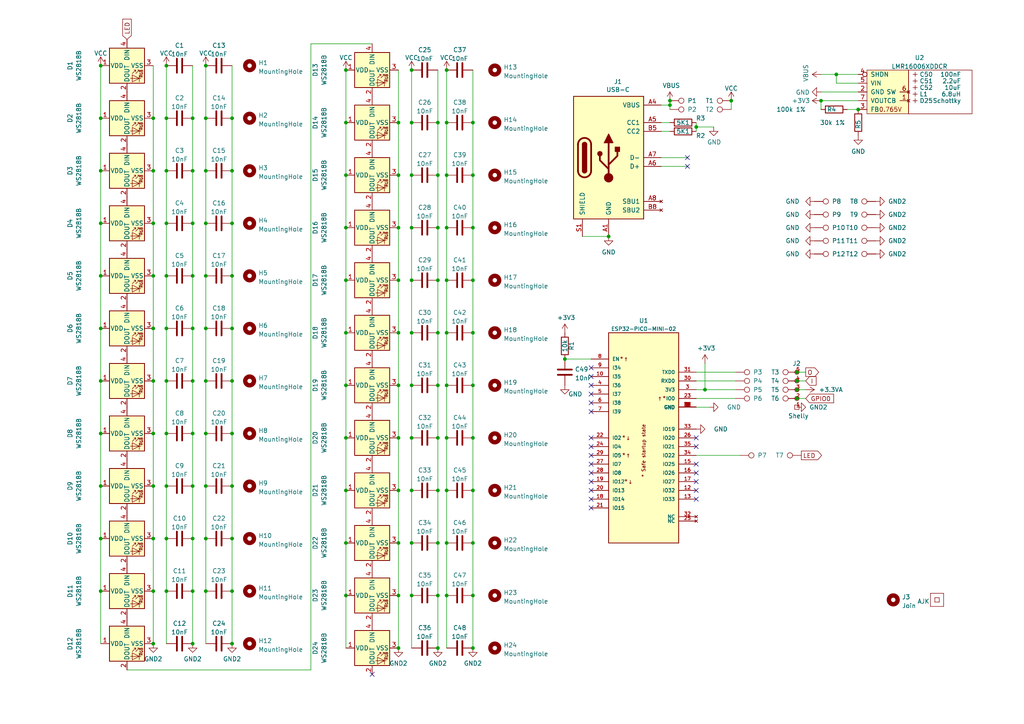
<source format=kicad_sch>
(kicad_sch (version 20211123) (generator eeschema)
  (paper "A4")
  (title_block (title "LED ring coaster") (date "${DATE}") (rev "1") (comment 1 "@revk@toot.me.uk") (comment 2 "www.me.uk"))
  (junction (at 231.14 107.95))
  (junction (at 55.88 125.73))
  (junction (at 129.54 96.52))
  (junction (at 127 66.04))
  (junction (at 29.21 140.97))
  (junction (at 100.33 111.76))
  (junction (at 100.33 35.56))
  (junction (at 44.45 95.25))
  (junction (at 115.57 81.28))
  (junction (at 59.69 49.53))
  (junction (at 59.69 80.01))
  (junction (at 115.57 142.24))
  (junction (at 129.54 35.56))
  (junction (at 194.31 30.48))
  (junction (at 137.16 142.24))
  (junction (at 48.26 95.25))
  (junction (at 44.45 110.49))
  (junction (at 119.38 66.04))
  (junction (at 137.16 35.56))
  (junction (at 129.54 111.76))
  (junction (at 59.69 171.45))
  (junction (at 29.21 171.45))
  (junction (at 100.33 20.32))
  (junction (at 129.54 127))
  (junction (at 115.57 35.56))
  (junction (at 115.57 50.8))
  (junction (at 100.33 50.8))
  (junction (at 67.31 140.97))
  (junction (at 127 81.28))
  (junction (at 48.26 156.21))
  (junction (at 238.125 29.21))
  (junction (at 44.45 125.73))
  (junction (at 100.33 172.72))
  (junction (at 67.31 125.73))
  (junction (at 100.33 96.52))
  (junction (at 248.92 31.75))
  (junction (at 48.26 171.45))
  (junction (at 48.26 19.05))
  (junction (at 129.54 142.24))
  (junction (at 119.38 172.72))
  (junction (at 67.31 171.45))
  (junction (at 100.33 142.24))
  (junction (at 44.45 171.45))
  (junction (at 127 127))
  (junction (at 67.31 156.21))
  (junction (at 29.21 49.53))
  (junction (at 119.38 157.48))
  (junction (at 44.45 49.53))
  (junction (at 55.88 171.45))
  (junction (at 231.14 113.03))
  (junction (at 44.45 34.29))
  (junction (at 115.57 157.48))
  (junction (at 55.88 49.53))
  (junction (at 29.21 64.77))
  (junction (at 137.16 81.28))
  (junction (at 137.16 127))
  (junction (at 67.31 186.69))
  (junction (at 59.69 64.77))
  (junction (at 100.33 157.48))
  (junction (at 67.31 64.77))
  (junction (at 59.69 125.73))
  (junction (at 100.33 66.04))
  (junction (at 127 187.96))
  (junction (at 119.38 35.56))
  (junction (at 29.21 95.25))
  (junction (at 115.57 172.72))
  (junction (at 119.38 142.24))
  (junction (at 137.16 96.52))
  (junction (at 48.26 49.53))
  (junction (at 137.16 66.04))
  (junction (at 115.57 66.04))
  (junction (at 129.54 66.04))
  (junction (at 100.33 127))
  (junction (at 127 96.52))
  (junction (at 67.31 34.29))
  (junction (at 119.38 20.32))
  (junction (at 67.31 49.53))
  (junction (at 204.47 113.03))
  (junction (at 119.38 127))
  (junction (at 115.57 187.96))
  (junction (at 29.21 125.73))
  (junction (at 119.38 96.52))
  (junction (at 44.45 156.21))
  (junction (at 48.26 125.73))
  (junction (at 127 172.72))
  (junction (at 119.38 50.8))
  (junction (at 127 50.8))
  (junction (at 29.21 19.05))
  (junction (at 100.33 81.28))
  (junction (at 115.57 127))
  (junction (at 59.69 156.21))
  (junction (at 55.88 95.25))
  (junction (at 29.21 110.49))
  (junction (at 29.21 34.29))
  (junction (at 231.14 110.49))
  (junction (at 242.57 21.59))
  (junction (at 67.31 110.49))
  (junction (at 176.53 68.58))
  (junction (at 55.88 80.01))
  (junction (at 129.54 20.32))
  (junction (at 44.45 140.97))
  (junction (at 59.69 110.49))
  (junction (at 137.16 172.72))
  (junction (at 115.57 111.76))
  (junction (at 59.69 19.05))
  (junction (at 55.88 186.69))
  (junction (at 194.31 29.21))
  (junction (at 55.88 34.29))
  (junction (at 44.45 64.77))
  (junction (at 67.31 80.01))
  (junction (at 231.14 115.57))
  (junction (at 129.54 81.28))
  (junction (at 48.26 110.49))
  (junction (at 48.26 34.29))
  (junction (at 127 111.76))
  (junction (at 59.69 34.29))
  (junction (at 137.16 50.8))
  (junction (at 129.54 50.8))
  (junction (at 119.38 81.28))
  (junction (at 137.16 187.96))
  (junction (at 48.26 64.77))
  (junction (at 55.88 64.77))
  (junction (at 55.88 140.97))
  (junction (at 127 157.48))
  (junction (at 67.31 95.25))
  (junction (at 29.21 80.01))
  (junction (at 119.38 111.76))
  (junction (at 59.69 140.97))
  (junction (at 137.16 111.76))
  (junction (at 115.57 96.52))
  (junction (at 201.93 36.83))
  (junction (at 29.21 156.21))
  (junction (at 48.26 80.01))
  (junction (at 163.83 104.14))
  (junction (at 137.16 157.48))
  (junction (at 212.09 29.21))
  (junction (at 127 142.24))
  (junction (at 127 35.56))
  (junction (at 129.54 157.48))
  (junction (at 44.45 80.01))
  (junction (at 44.45 186.69))
  (junction (at 59.69 95.25))
  (junction (at 129.54 172.72))
  (junction (at 55.88 156.21))
  (junction (at 55.88 110.49))
  (junction (at 48.26 140.97))
  (no_connect (at 171.45 129.54))
  (no_connect (at 201.93 127))
  (no_connect (at 199.39 48.26))
  (no_connect (at 171.45 134.62))
  (no_connect (at 107.95 195.58))
  (no_connect (at 201.93 129.54))
  (no_connect (at 199.39 45.72))
  (no_connect (at 201.93 134.62))
  (no_connect (at 171.45 137.16))
  (no_connect (at 171.45 144.78))
  (no_connect (at 171.45 139.7))
  (no_connect (at 171.45 132.08))
  (no_connect (at 171.45 111.76))
  (no_connect (at 171.45 109.22))
  (no_connect (at 171.45 106.68))
  (no_connect (at 201.93 137.16))
  (no_connect (at 201.93 139.7))
  (no_connect (at 171.45 119.38))
  (no_connect (at 171.45 127))
  (no_connect (at 201.93 144.78))
  (no_connect (at 171.45 147.32))
  (no_connect (at 171.45 114.3))
  (no_connect (at 171.45 116.84))
  (no_connect (at 171.45 142.24))
  (no_connect (at 201.93 142.24))
  (wire (pts (xy 115.57 127) (xy 115.57 142.24)))
  (wire (pts (xy 44.45 171.45) (xy 44.45 186.69)))
  (wire (pts (xy 100.33 111.76) (xy 100.33 127)))
  (wire (pts (xy 29.21 64.77) (xy 29.21 80.01)))
  (wire (pts (xy 44.45 156.21) (xy 44.45 171.45)))
  (wire (pts (xy 127 111.76) (xy 127 127)))
  (wire (pts (xy 194.31 30.48) (xy 194.31 31.75)))
  (wire (pts (xy 59.69 125.73) (xy 59.69 140.97)))
  (wire (pts (xy 201.93 36.83) (xy 201.93 38.1)))
  (wire (pts (xy 245.745 31.75) (xy 248.92 31.75)))
  (wire (pts (xy 137.16 142.24) (xy 137.16 157.48)))
  (wire (pts (xy 67.31 110.49) (xy 67.31 125.73)))
  (wire (pts (xy 238.125 29.21) (xy 248.92 29.21)))
  (wire (pts (xy 238.125 29.21) (xy 238.125 31.75)))
  (wire (pts (xy 115.57 81.28) (xy 115.57 96.52)))
  (wire (pts (xy 204.47 105.41) (xy 204.47 113.03)))
  (wire (pts (xy 100.33 35.56) (xy 100.33 50.8)))
  (wire (pts (xy 242.57 24.13) (xy 248.92 24.13)))
  (wire (pts (xy 29.21 49.53) (xy 29.21 64.77)))
  (wire (pts (xy 100.33 96.52) (xy 100.33 111.76)))
  (wire (pts (xy 100.33 66.04) (xy 100.33 81.28)))
  (wire (pts (xy 115.57 111.76) (xy 115.57 127)))
  (wire (pts (xy 129.54 50.8) (xy 129.54 66.04)))
  (wire (pts (xy 29.21 156.21) (xy 29.21 171.45)))
  (wire (pts (xy 127 50.8) (xy 127 66.04)))
  (wire (pts (xy 48.26 64.77) (xy 48.26 80.01)))
  (wire (pts (xy 119.38 96.52) (xy 119.38 111.76)))
  (wire (pts (xy 44.45 64.77) (xy 44.45 80.01)))
  (wire (pts (xy 201.93 113.03) (xy 204.47 113.03)))
  (wire (pts (xy 115.57 96.52) (xy 115.57 111.76)))
  (wire (pts (xy 59.69 110.49) (xy 59.69 125.73)))
  (wire (pts (xy 100.33 157.48) (xy 100.33 172.72)))
  (wire (pts (xy 44.45 49.53) (xy 44.45 64.77)))
  (wire (pts (xy 115.57 172.72) (xy 115.57 187.96)))
  (wire (pts (xy 119.38 66.04) (xy 119.38 81.28)))
  (wire (pts (xy 129.54 66.04) (xy 129.54 81.28)))
  (wire (pts (xy 129.54 81.28) (xy 129.54 96.52)))
  (wire (pts (xy 137.16 81.28) (xy 137.16 96.52)))
  (wire (pts (xy 129.54 96.52) (xy 129.54 111.76)))
  (wire (pts (xy 115.57 66.04) (xy 115.57 81.28)))
  (wire (pts (xy 67.31 19.05) (xy 67.31 34.29)))
  (wire (pts (xy 44.45 19.05) (xy 44.45 34.29)))
  (wire (pts (xy 67.31 156.21) (xy 67.31 171.45)))
  (wire (pts (xy 55.88 171.45) (xy 55.88 186.69)))
  (wire (pts (xy 115.57 50.8) (xy 115.57 66.04)))
  (wire (pts (xy 127 96.52) (xy 127 111.76)))
  (wire (pts (xy 55.88 156.21) (xy 55.88 171.45)))
  (wire (pts (xy 67.31 95.25) (xy 67.31 110.49)))
  (wire (pts (xy 127 142.24) (xy 127 157.48)))
  (wire (pts (xy 67.31 171.45) (xy 67.31 186.69)))
  (wire (pts (xy 29.21 34.29) (xy 29.21 49.53)))
  (wire (pts (xy 55.88 19.05) (xy 55.88 34.29)))
  (wire (pts (xy 201.93 132.08) (xy 214.63 132.08)))
  (wire (pts (xy 201.93 107.95) (xy 213.36 107.95)))
  (wire (pts (xy 29.21 110.49) (xy 29.21 125.73)))
  (wire (pts (xy 127 35.56) (xy 127 50.8)))
  (wire (pts (xy 191.77 30.48) (xy 194.31 30.48)))
  (wire (pts (xy 127 127) (xy 127 142.24)))
  (wire (pts (xy 127 66.04) (xy 127 81.28)))
  (wire (pts (xy 212.09 29.21) (xy 212.09 31.75)))
  (wire (pts (xy 48.26 80.01) (xy 48.26 95.25)))
  (wire (pts (xy 129.54 20.32) (xy 129.54 35.56)))
  (wire (pts (xy 137.16 111.76) (xy 137.16 127)))
  (wire (pts (xy 242.57 21.59) (xy 242.57 24.13)))
  (wire (pts (xy 137.16 20.32) (xy 137.16 35.56)))
  (wire (pts (xy 100.33 142.24) (xy 100.33 157.48)))
  (wire (pts (xy 119.38 127) (xy 119.38 142.24)))
  (wire (pts (xy 238.125 26.67) (xy 248.92 26.67)))
  (wire (pts (xy 137.16 172.72) (xy 137.16 187.96)))
  (wire (pts (xy 129.54 127) (xy 129.54 142.24)))
  (wire (pts (xy 137.16 127) (xy 137.16 142.24)))
  (wire (pts (xy 231.14 110.49) (xy 233.68 110.49)))
  (wire (pts (xy 168.91 68.58) (xy 176.53 68.58)))
  (wire (pts (xy 191.77 45.72) (xy 199.39 45.72)))
  (wire (pts (xy 194.31 29.21) (xy 194.31 30.48)))
  (wire (pts (xy 119.38 81.28) (xy 119.38 96.52)))
  (wire (pts (xy 48.26 125.73) (xy 48.26 140.97)))
  (wire (pts (xy 119.38 157.48) (xy 119.38 172.72)))
  (wire (pts (xy 48.26 19.05) (xy 48.26 34.29)))
  (wire (pts (xy 100.33 20.32) (xy 100.33 35.56)))
  (wire (pts (xy 137.16 96.52) (xy 137.16 111.76)))
  (wire (pts (xy 238.125 21.59) (xy 242.57 21.59)))
  (wire (pts (xy 29.21 19.05) (xy 29.21 34.29)))
  (wire (pts (xy 59.69 49.53) (xy 59.69 64.77)))
  (wire (pts (xy 67.31 34.29) (xy 67.31 49.53)))
  (wire (pts (xy 115.57 20.32) (xy 115.57 35.56)))
  (wire (pts (xy 67.31 80.01) (xy 67.31 95.25)))
  (wire (pts (xy 129.54 35.56) (xy 129.54 50.8)))
  (wire (pts (xy 115.57 157.48) (xy 115.57 172.72)))
  (wire (pts (xy 119.38 20.32) (xy 119.38 35.56)))
  (wire (pts (xy 59.69 156.21) (xy 59.69 171.45)))
  (wire (pts (xy 137.16 50.8) (xy 137.16 66.04)))
  (wire (pts (xy 48.26 171.45) (xy 48.26 186.69)))
  (wire (pts (xy 48.26 49.53) (xy 48.26 64.77)))
  (wire (pts (xy 207.01 36.83) (xy 201.93 36.83)))
  (wire (pts (xy 59.69 171.45) (xy 59.69 186.69)))
  (wire (pts (xy 129.54 157.48) (xy 129.54 172.72)))
  (wire (pts (xy 127 157.48) (xy 127 172.72)))
  (wire (pts (xy 29.21 125.73) (xy 29.21 140.97)))
  (wire (pts (xy 100.33 127) (xy 100.33 142.24)))
  (wire (pts (xy 201.93 115.57) (xy 213.36 115.57)))
  (wire (pts (xy 129.54 111.76) (xy 129.54 127)))
  (wire (pts (xy 44.45 110.49) (xy 44.45 125.73)))
  (wire (pts (xy 48.26 95.25) (xy 48.26 110.49)))
  (wire (pts (xy 119.38 172.72) (xy 119.38 187.96)))
  (wire (pts (xy 119.38 35.56) (xy 119.38 50.8)))
  (wire (pts (xy 55.88 49.53) (xy 55.88 64.77)))
  (wire (pts (xy 67.31 49.53) (xy 67.31 64.77)))
  (wire (pts (xy 48.26 34.29) (xy 48.26 49.53)))
  (wire (pts (xy 201.93 118.11) (xy 205.74 118.11)))
  (wire (pts (xy 231.14 115.57) (xy 233.68 115.57)))
  (wire (pts (xy 29.21 171.45) (xy 29.21 186.69)))
  (wire (pts (xy 44.45 125.73) (xy 44.45 140.97)))
  (wire (pts (xy 55.88 110.49) (xy 55.88 125.73)))
  (wire (pts (xy 115.57 142.24) (xy 115.57 157.48)))
  (wire (pts (xy 201.93 35.56) (xy 201.93 36.83)))
  (wire (pts (xy 59.69 80.01) (xy 59.69 95.25)))
  (wire (pts (xy 129.54 172.72) (xy 129.54 187.96)))
  (wire (pts (xy 48.26 110.49) (xy 48.26 125.73)))
  (wire (pts (xy 127 81.28) (xy 127 96.52)))
  (wire (pts (xy 100.33 172.72) (xy 100.33 187.96)))
  (wire (pts (xy 137.16 66.04) (xy 137.16 81.28)))
  (wire (pts (xy 44.45 80.01) (xy 44.45 95.25)))
  (wire (pts (xy 119.38 142.24) (xy 119.38 157.48)))
  (wire (pts (xy 48.26 140.97) (xy 48.26 156.21)))
  (wire (pts (xy 55.88 34.29) (xy 55.88 49.53)))
  (wire (pts (xy 36.83 194.31) (xy 90.17 194.31)))
  (wire (pts (xy 44.45 95.25) (xy 44.45 110.49)))
  (wire (pts (xy 48.26 156.21) (xy 48.26 171.45)))
  (wire (pts (xy 67.31 64.77) (xy 67.31 80.01)))
  (wire (pts (xy 191.77 35.56) (xy 194.31 35.56)))
  (wire (pts (xy 242.57 21.59) (xy 248.92 21.59)))
  (wire (pts (xy 191.77 38.1) (xy 194.31 38.1)))
  (wire (pts (xy 55.88 140.97) (xy 55.88 156.21)))
  (wire (pts (xy 129.54 142.24) (xy 129.54 157.48)))
  (wire (pts (xy 59.69 64.77) (xy 59.69 80.01)))
  (wire (pts (xy 29.21 80.01) (xy 29.21 95.25)))
  (wire (pts (xy 29.21 140.97) (xy 29.21 156.21)))
  (wire (pts (xy 67.31 125.73) (xy 67.31 140.97)))
  (wire (pts (xy 191.77 48.26) (xy 199.39 48.26)))
  (wire (pts (xy 55.88 125.73) (xy 55.88 140.97)))
  (wire (pts (xy 90.17 194.31) (xy 90.17 12.7)))
  (wire (pts (xy 44.45 140.97) (xy 44.45 156.21)))
  (wire (pts (xy 137.16 35.56) (xy 137.16 50.8)))
  (wire (pts (xy 231.14 107.95) (xy 233.68 107.95)))
  (wire (pts (xy 59.69 19.05) (xy 59.69 34.29)))
  (wire (pts (xy 29.21 95.25) (xy 29.21 110.49)))
  (wire (pts (xy 67.31 140.97) (xy 67.31 156.21)))
  (wire (pts (xy 100.33 81.28) (xy 100.33 96.52)))
  (wire (pts (xy 100.33 50.8) (xy 100.33 66.04)))
  (wire (pts (xy 90.17 12.7) (xy 107.95 12.7)))
  (wire (pts (xy 119.38 50.8) (xy 119.38 66.04)))
  (wire (pts (xy 59.69 95.25) (xy 59.69 110.49)))
  (wire (pts (xy 127 20.32) (xy 127 35.56)))
  (wire (pts (xy 55.88 80.01) (xy 55.88 95.25)))
  (wire (pts (xy 59.69 140.97) (xy 59.69 156.21)))
  (wire (pts (xy 55.88 95.25) (xy 55.88 110.49)))
  (wire (pts (xy 204.47 113.03) (xy 213.36 113.03)))
  (wire (pts (xy 119.38 111.76) (xy 119.38 127)))
  (wire (pts (xy 59.69 34.29) (xy 59.69 49.53)))
  (wire (pts (xy 55.88 64.77) (xy 55.88 80.01)))
  (wire (pts (xy 231.14 113.03) (xy 233.68 113.03)))
  (wire (pts (xy 163.83 104.14) (xy 171.45 104.14)))
  (wire (pts (xy 115.57 35.56) (xy 115.57 50.8)))
  (wire (pts (xy 44.45 34.29) (xy 44.45 49.53)))
  (wire (pts (xy 137.16 157.48) (xy 137.16 172.72)))
  (wire (pts (xy 127 172.72) (xy 127 187.96)))
  (wire (pts (xy 201.93 110.49) (xy 213.36 110.49)))
  (global_label "LED" (shape input) (at 36.83 11.43 90) (property "Intersheet References" "${INTERSHEET_REFS}" (effects hide)))
  (global_label "O" (shape output) (at 233.68 107.95 0) (property "Intersheet References" "${INTERSHEET_REFS}" (effects hide)))
  (global_label "I" (shape input) (at 233.68 110.49 0) (property "Intersheet References" "${INTERSHEET_REFS}" (effects hide)))
  (global_label "LED" (shape output) (at 232.41 132.08 0) (property "Intersheet References" "${INTERSHEET_REFS}" (effects hide)))
  (global_label "GPIO0" (shape input) (at 233.68 115.57 0) (property "Intersheet References" "${INTERSHEET_REFS}" (effects hide)))
  (symbol (lib_id "Device:R") (at 198.12 38.1 90) (unit 1)
    (property "Reference" "R3" (at 203.2 34.29 90))
    (property "Value" "5K1" (at 198.12 38.1 90))
    (property "Footprint" "RevK:R_0603" (effects hide))
  )
  (symbol (lib_id "power:VBUS") (at 194.31 29.21 0) (unit 1)
    (property "Reference" "#PWR016" (effects hide))
    (property "Value" "VBUS" (at 194.691 24.8158 0))
  )
  (symbol (lib_id "power:GND") (at 207.01 36.83 0) (unit 1)
    (property "Reference" "#PWR020" (effects hide))
    (property "Value" "GND" (at 207.137 41.2242 0))
  )
  (symbol (lib_id "Device:R") (at 198.12 35.56 270) (unit 1)
    (property "Reference" "R2" (at 203.2 39.37 90))
    (property "Value" "5K1" (at 198.12 35.56 90))
    (property "Footprint" "RevK:R_0603" (effects hide))
  )
  (symbol (lib_id "power:GND") (at 205.74 118.11 90) (unit 1)
    (property "Reference" "#PWR019" (effects hide))
    (property "Value" "GND" (at 210.82 118.11 90) (effects (justify right)))
  )
  (symbol (lib_id "RevK:USB-C") (at 176.53 45.72 0) (unit 1)
    (property "Reference" "J1" (at 179.2478 23.6982 0))
    (property "Value" "USB-C" (at 179.2478 26.0096 0))
    (property "Footprint" "RevK:USC16-TR" (effects hide))
    (property "Datasheet" "https://www.usb.org/sites/default/files/documents/usb_type-c.zip" (effects hide))
    (property "LCSC Part #" "C709357" (effects hide))
  )
  (symbol (lib_id "LED:WS2812B") (at 36.83 19.05 90) (mirror x) (unit 1)
    (property "Reference" "D1" (at 20.32 19.05 0))
    (property "Value" "WS2818B" (at 22.86 19.05 0))
    (property "Footprint" "RevK:SMD2020" (effects hide))
    (property "LCSC Part #" "C784564" (effects hide))
  )
  (symbol (lib_id "LED:WS2812B") (at 36.83 125.73 90) (mirror x) (unit 1)
    (property "Reference" "D8" (at 20.32 125.73 0))
    (property "Value" "WS2818B" (at 22.86 125.73 0))
    (property "Footprint" "RevK:SMD2020" (effects hide))
    (property "LCSC Part #" "C784564" (effects hide))
  )
  (symbol (lib_id "Mechanical:MountingHole") (at 143.51 96.52 0) (unit 1) (in_bom no)
    (property "Reference" "H18" (at 146.05 95.6853 0) (effects (justify left)))
    (property "Value" "MountingHole" (at 146.05 98.2222 0) (effects (justify left)))
    (property "Footprint" "RevK:LEDHOLE" (effects hide))
  )
  (symbol (lib_id "power:GND2") (at 254 73.66 90) (mirror x) (unit 1)
    (property "Reference" "#PWR037" (effects hide))
    (property "Value" "GND2" (at 262.89 73.66 90) (effects (justify left)))
  )
  (symbol (lib_id "Device:C") (at 52.07 95.25 90) (unit 1)
    (property "Reference" "C6" (at 52.07 89.3912 90))
    (property "Value" "10nF" (at 52.07 91.9281 90))
    (property "Footprint" "RevK:C_0603" (effects hide))
  )
  (symbol (lib_id "RevK:AJK") (at 265.43 173.99 0) (unit 1) (in_bom no)
    (property "Reference" "Logo1" (effects hide))
    (property "Value" "AJK" (at 266.065 174.4238 0) (effects (justify left)))
    (property "Footprint" "RevK:AJK" (effects hide))
    (property "Note" "Non part, PCB printed" (effects hide))
  )
  (symbol (lib_id "Connector:TestPoint") (at 232.41 132.08 90) (mirror x) (unit 1) (in_bom no)
    (property "Reference" "T7" (at 227.33 132.08 90) (effects (justify left)))
    (property "Value" "TestPoint" (effects hide))
    (property "Footprint" "RevK:PAD-LINK" (effects hide))
  )
  (symbol (lib_id "Connector:TestPoint") (at 254 66.04 90) (mirror x) (unit 1) (in_bom no)
    (property "Reference" "T10" (at 248.92 66.04 90) (effects (justify left)))
    (property "Value" "TestPoint" (effects hide))
    (property "Footprint" "RevK:PAD-LINK" (effects hide))
  )
  (symbol (lib_id "Device:C") (at 52.07 34.29 90) (unit 1)
    (property "Reference" "C2" (at 52.07 28.4312 90))
    (property "Value" "10nF" (at 52.07 30.9681 90))
    (property "Footprint" "RevK:C_0603" (effects hide))
  )
  (symbol (lib_id "Connector:TestPoint") (at 213.36 113.03 270) (mirror x) (unit 1) (in_bom no)
    (property "Reference" "P5" (at 218.44 113.03 90) (effects (justify left)))
    (property "Value" "TestPoint" (effects hide))
    (property "Footprint" "RevK:PAD" (effects hide))
  )
  (symbol (lib_id "Mechanical:MountingHole") (at 143.51 172.72 0) (unit 1) (in_bom no)
    (property "Reference" "H23" (at 146.05 171.8853 0) (effects (justify left)))
    (property "Value" "MountingHole" (at 146.05 174.4222 0) (effects (justify left)))
    (property "Footprint" "RevK:LEDHOLE" (effects hide))
  )
  (symbol (lib_id "RevK:Hidden") (at 265.43 27.305 0) (unit 1)
    (property "Reference" "L1" (at 266.7 27.305 0) (effects (justify left)))
    (property "Value" "6.8uH" (at 278.765 27.305 0) (effects (justify right)))
    (property "Footprint" "RevK:L_4x4_" (effects hide))
    (property "LCSC Part #" "C354575" (effects hide))
  )
  (symbol (lib_id "Connector:TestPoint") (at 254 58.42 90) (mirror x) (unit 1) (in_bom no)
    (property "Reference" "T8" (at 248.92 58.42 90) (effects (justify left)))
    (property "Value" "TestPoint" (effects hide))
    (property "Footprint" "RevK:PAD-LINK" (effects hide))
  )
  (symbol (lib_id "Device:C") (at 123.19 66.04 90) (unit 1)
    (property "Reference" "C28" (at 123.19 60.1812 90))
    (property "Value" "10nF" (at 123.19 62.7181 90))
    (property "Footprint" "RevK:C_0603" (effects hide))
  )
  (symbol (lib_id "power:GND") (at 236.22 62.23 270) (mirror x) (unit 1)
    (property "Reference" "#PWR025" (effects hide))
    (property "Value" "GND" (at 229.87 62.23 90))
  )
  (symbol (lib_id "power:GND2") (at 115.57 187.96 0) (unit 1)
    (property "Reference" "#PWR08" (effects hide))
    (property "Value" "GND2" (at 115.57 192.4034 0))
  )
  (symbol (lib_id "LED:WS2812B") (at 36.83 49.53 90) (mirror x) (unit 1)
    (property "Reference" "D3" (at 20.32 49.53 0))
    (property "Value" "WS2818B" (at 22.86 49.53 0))
    (property "Footprint" "RevK:SMD2020" (effects hide))
    (property "LCSC Part #" "C784564" (effects hide))
  )
  (symbol (lib_id "Mechanical:MountingHole") (at 72.39 110.49 0) (unit 1) (in_bom no)
    (property "Reference" "H7" (at 74.93 109.6553 0) (effects (justify left)))
    (property "Value" "MountingHole" (at 74.93 112.1922 0) (effects (justify left)))
    (property "Footprint" "RevK:LEDHOLE" (effects hide))
  )
  (symbol (lib_id "power:VCC") (at 29.21 19.05 0) (unit 1)
    (property "Reference" "#PWR01" (effects hide))
    (property "Value" "VCC" (at 29.21 15.4742 0))
  )
  (symbol (lib_id "power:GND") (at 236.22 73.66 270) (mirror x) (unit 1)
    (property "Reference" "#PWR028" (effects hide))
    (property "Value" "GND" (at 229.87 73.66 90))
  )
  (symbol (lib_id "LED:WS2812B") (at 107.95 50.8 90) (mirror x) (unit 1)
    (property "Reference" "D15" (at 91.44 50.8 0))
    (property "Value" "WS2818B" (at 93.98 50.8 0))
    (property "Footprint" "RevK:SMD2020" (effects hide))
    (property "LCSC Part #" "C784564" (effects hide))
  )
  (symbol (lib_id "Device:C") (at 52.07 156.21 90) (unit 1)
    (property "Reference" "C10" (at 52.07 150.3512 90))
    (property "Value" "10nF" (at 52.07 152.8881 90))
    (property "Footprint" "RevK:C_0603" (effects hide))
  )
  (symbol (lib_id "Device:C") (at 63.5 186.69 90) (unit 1)
    (property "Reference" "C24" (at 63.5 180.8312 90))
    (property "Value" "10nF" (at 63.5 183.3681 90))
    (property "Footprint" "RevK:C_0603" (effects hide))
  )
  (symbol (lib_id "power:VCC") (at 100.33 20.32 0) (unit 1)
    (property "Reference" "#PWR07" (effects hide))
    (property "Value" "VCC" (at 100.33 16.7442 0))
  )
  (symbol (lib_id "Connector:TestPoint") (at 236.22 58.42 270) (mirror x) (unit 1) (in_bom no)
    (property "Reference" "P8" (at 241.3 58.42 90) (effects (justify left)))
    (property "Value" "TestPoint" (effects hide))
    (property "Footprint" "RevK:PAD" (effects hide))
  )
  (symbol (lib_id "Device:C") (at 52.07 140.97 90) (unit 1)
    (property "Reference" "C9" (at 52.07 135.1112 90))
    (property "Value" "10nF" (at 52.07 137.6481 90))
    (property "Footprint" "RevK:C_0603" (effects hide))
  )
  (symbol (lib_id "LED:WS2812B") (at 36.83 80.01 90) (mirror x) (unit 1)
    (property "Reference" "D5" (at 20.32 80.01 0))
    (property "Value" "WS2818B" (at 22.86 80.01 0))
    (property "Footprint" "RevK:SMD2020" (effects hide))
    (property "LCSC Part #" "C784564" (effects hide))
  )
  (symbol (lib_id "Device:C") (at 63.5 95.25 90) (unit 1)
    (property "Reference" "C18" (at 63.5 89.3912 90))
    (property "Value" "10nF" (at 63.5 91.9281 90))
    (property "Footprint" "RevK:C_0603" (effects hide))
  )
  (symbol (lib_id "power:GND2") (at 67.31 186.69 0) (unit 1)
    (property "Reference" "#PWR06" (effects hide))
    (property "Value" "GND2" (at 67.31 191.1334 0))
  )
  (symbol (lib_id "Mechanical:MountingHole") (at 143.51 157.48 0) (unit 1) (in_bom no)
    (property "Reference" "H22" (at 146.05 156.6453 0) (effects (justify left)))
    (property "Value" "MountingHole" (at 146.05 159.1822 0) (effects (justify left)))
    (property "Footprint" "RevK:LEDHOLE" (effects hide))
  )
  (symbol (lib_id "Connector:TestPoint") (at 254 62.23 90) (mirror x) (unit 1) (in_bom no)
    (property "Reference" "T9" (at 248.92 62.23 90) (effects (justify left)))
    (property "Value" "TestPoint" (effects hide))
    (property "Footprint" "RevK:PAD-LINK" (effects hide))
  )
  (symbol (lib_id "Connector:TestPoint") (at 236.22 66.04 270) (mirror x) (unit 1) (in_bom no)
    (property "Reference" "P10" (at 241.3 66.04 90) (effects (justify left)))
    (property "Value" "TestPoint" (effects hide))
    (property "Footprint" "RevK:PAD" (effects hide))
  )
  (symbol (lib_id "Device:C") (at 52.07 125.73 90) (unit 1)
    (property "Reference" "C8" (at 52.07 119.8712 90))
    (property "Value" "10nF" (at 52.07 122.4081 90))
    (property "Footprint" "RevK:C_0603" (effects hide))
  )
  (symbol (lib_id "LED:WS2812B") (at 107.95 187.96 90) (mirror x) (unit 1)
    (property "Reference" "D24" (at 91.44 187.96 0))
    (property "Value" "WS2818B" (at 93.98 187.96 0))
    (property "Footprint" "RevK:SMD2020" (effects hide))
    (property "LCSC Part #" "C784564" (effects hide))
  )
  (symbol (lib_id "Device:C") (at 133.35 187.96 90) (unit 1)
    (property "Reference" "C48" (at 133.35 182.1012 90))
    (property "Value" "10nF" (at 133.35 184.6381 90))
    (property "Footprint" "RevK:C_0603" (effects hide))
  )
  (symbol (lib_id "Connector:TestPoint") (at 231.14 110.49 90) (mirror x) (unit 1) (in_bom no)
    (property "Reference" "T4" (at 226.06 110.49 90) (effects (justify left)))
    (property "Value" "TestPoint" (effects hide))
    (property "Footprint" "RevK:PAD-LINK" (effects hide))
  )
  (symbol (lib_id "Device:C") (at 52.07 186.69 90) (unit 1)
    (property "Reference" "C12" (at 52.07 180.8312 90))
    (property "Value" "10nF" (at 52.07 183.3681 90))
    (property "Footprint" "RevK:C_0603" (effects hide))
  )
  (symbol (lib_id "power:GND") (at 236.22 69.85 270) (mirror x) (unit 1)
    (property "Reference" "#PWR027" (effects hide))
    (property "Value" "GND" (at 229.87 69.85 90))
  )
  (symbol (lib_id "power:GND2") (at 231.14 118.11 90) (mirror x) (unit 1)
    (property "Reference" "#PWR022" (effects hide))
    (property "Value" "GND2" (at 240.03 118.11 90) (effects (justify left)))
  )
  (symbol (lib_id "Device:C") (at 133.35 81.28 90) (unit 1)
    (property "Reference" "C41" (at 133.35 75.4212 90))
    (property "Value" "10nF" (at 133.35 77.9581 90))
    (property "Footprint" "RevK:C_0603" (effects hide))
  )
  (symbol (lib_id "LED:WS2812B") (at 36.83 171.45 90) (mirror x) (unit 1)
    (property "Reference" "D11" (at 20.32 171.45 0))
    (property "Value" "WS2818B" (at 22.86 171.45 0))
    (property "Footprint" "RevK:SMD2020" (effects hide))
    (property "LCSC Part #" "C784564" (effects hide))
  )
  (symbol (lib_id "Device:R") (at 163.83 100.33 0) (unit 1)
    (property "Reference" "R1" (at 165.735 100.33 90))
    (property "Value" "10k" (at 163.83 100.33 90))
    (property "Footprint" "RevK:R_0603" (effects hide))
  )
  (symbol (lib_id "RevK:QR") (at 271.78 173.99 0) (unit 1) (in_bom no)
    (property "Reference" "U3" (effects hide))
    (property "Value" "QR" (effects hide))
    (property "Footprint" "RevK:QR-LED" (effects hide))
    (property "Note" "Non part, PCB printed" (effects hide))
  )
  (symbol (lib_id "Device:C") (at 123.19 50.8 90) (unit 1)
    (property "Reference" "C27" (at 123.19 44.9412 90))
    (property "Value" "10nF" (at 123.19 47.4781 90))
    (property "Footprint" "RevK:C_0603" (effects hide))
  )
  (symbol (lib_id "Mechanical:MountingHole") (at 143.51 81.28 0) (unit 1) (in_bom no)
    (property "Reference" "H17" (at 146.05 80.4453 0) (effects (justify left)))
    (property "Value" "MountingHole" (at 146.05 82.9822 0) (effects (justify left)))
    (property "Footprint" "RevK:LEDHOLE" (effects hide))
  )
  (symbol (lib_id "power:GND2") (at 55.88 186.69 0) (unit 1)
    (property "Reference" "#PWR04" (effects hide))
    (property "Value" "GND2" (at 55.88 191.1334 0))
  )
  (symbol (lib_id "LED:WS2812B") (at 36.83 34.29 90) (mirror x) (unit 1)
    (property "Reference" "D2" (at 20.32 34.29 0))
    (property "Value" "WS2818B" (at 22.86 34.29 0))
    (property "Footprint" "RevK:SMD2020" (effects hide))
    (property "LCSC Part #" "C784564" (effects hide))
  )
  (symbol (lib_id "LED:WS2812B") (at 36.83 64.77 90) (mirror x) (unit 1)
    (property "Reference" "D4" (at 20.32 64.77 0))
    (property "Value" "WS2818B" (at 22.86 64.77 0))
    (property "Footprint" "RevK:SMD2020" (effects hide))
    (property "LCSC Part #" "C784564" (effects hide))
  )
  (symbol (lib_id "power:GND") (at 176.53 68.58 0) (unit 1)
    (property "Reference" "#PWR015" (effects hide))
    (property "Value" "GND" (at 176.53 73.1425 0))
  )
  (symbol (lib_id "Mechanical:MountingHole") (at 143.51 187.96 0) (unit 1) (in_bom no)
    (property "Reference" "H24" (at 146.05 187.1253 0) (effects (justify left)))
    (property "Value" "MountingHole" (at 146.05 189.6622 0) (effects (justify left)))
    (property "Footprint" "RevK:LEDHOLE" (effects hide))
  )
  (symbol (lib_id "Device:C") (at 63.5 49.53 90) (unit 1)
    (property "Reference" "C15" (at 63.5 43.6712 90))
    (property "Value" "10nF" (at 63.5 46.2081 90))
    (property "Footprint" "RevK:C_0603" (effects hide))
  )
  (symbol (lib_id "Device:C") (at 63.5 34.29 90) (unit 1)
    (property "Reference" "C14" (at 63.5 28.4312 90))
    (property "Value" "10nF" (at 63.5 30.9681 90))
    (property "Footprint" "RevK:C_0603" (effects hide))
  )
  (symbol (lib_id "power:GND2") (at 127 187.96 0) (unit 1)
    (property "Reference" "#PWR010" (effects hide))
    (property "Value" "GND2" (at 127 192.4034 0))
  )
  (symbol (lib_id "Device:C") (at 63.5 171.45 90) (unit 1)
    (property "Reference" "C23" (at 63.5 165.5912 90))
    (property "Value" "10nF" (at 63.5 168.1281 90))
    (property "Footprint" "RevK:C_0603" (effects hide))
  )
  (symbol (lib_id "Device:C") (at 123.19 111.76 90) (unit 1)
    (property "Reference" "C31" (at 123.19 105.9012 90))
    (property "Value" "10nF" (at 123.19 108.4381 90))
    (property "Footprint" "RevK:C_0603" (effects hide))
  )
  (symbol (lib_id "power:GND2") (at 254 58.42 90) (mirror x) (unit 1)
    (property "Reference" "#PWR033" (effects hide))
    (property "Value" "GND2" (at 262.89 58.42 90) (effects (justify left)))
  )
  (symbol (lib_id "Mechanical:MountingHole") (at 72.39 156.21 0) (unit 1) (in_bom no)
    (property "Reference" "H10" (at 74.93 155.3753 0) (effects (justify left)))
    (property "Value" "MountingHole" (at 74.93 157.9122 0) (effects (justify left)))
    (property "Footprint" "RevK:LEDHOLE" (effects hide))
  )
  (symbol (lib_id "LED:WS2812B") (at 36.83 186.69 90) (mirror x) (unit 1)
    (property "Reference" "D12" (at 20.32 186.69 0))
    (property "Value" "WS2818B" (at 22.86 186.69 0))
    (property "Footprint" "RevK:SMD2020" (effects hide))
    (property "LCSC Part #" "C784564" (effects hide))
  )
  (symbol (lib_id "Mechanical:MountingHole") (at 143.51 111.76 0) (unit 1) (in_bom no)
    (property "Reference" "H19" (at 146.05 110.9253 0) (effects (justify left)))
    (property "Value" "MountingHole" (at 146.05 113.4622 0) (effects (justify left)))
    (property "Footprint" "RevK:LEDHOLE" (effects hide))
  )
  (symbol (lib_id "RevK:Shelly") (at 231.14 113.03 0) (unit 1) (in_bom no)
    (property "Reference" "J2" (at 229.87 105.41 0) (effects (justify left)))
    (property "Value" "Shelly" (at 228.6 120.65 0) (effects (justify left)))
    (property "Footprint" "RevK:Shelly" (effects hide))
  )
  (symbol (lib_id "Connector:TestPoint") (at 213.36 107.95 270) (mirror x) (unit 1) (in_bom no)
    (property "Reference" "P3" (at 218.44 107.95 90) (effects (justify left)))
    (property "Value" "TestPoint" (effects hide))
    (property "Footprint" "RevK:PAD" (effects hide))
  )
  (symbol (lib_id "Mechanical:MountingHole") (at 72.39 49.53 0) (unit 1) (in_bom no)
    (property "Reference" "H3" (at 74.93 48.6953 0) (effects (justify left)))
    (property "Value" "MountingHole" (at 74.93 51.2322 0) (effects (justify left)))
    (property "Footprint" "RevK:LEDHOLE" (effects hide))
  )
  (symbol (lib_id "Connector:TestPoint") (at 231.14 113.03 90) (mirror x) (unit 1) (in_bom no)
    (property "Reference" "T5" (at 226.06 113.03 90) (effects (justify left)))
    (property "Value" "TestPoint" (effects hide))
    (property "Footprint" "RevK:PAD-LINK" (effects hide))
  )
  (symbol (lib_id "Device:C") (at 163.83 107.95 180) (unit 1)
    (property "Reference" "C49" (at 166.751 107.1153 0) (effects (justify right)))
    (property "Value" "10nF" (at 166.751 109.6522 0) (effects (justify right)))
    (property "Footprint" "Capacitor_SMD:C_0603_1608Metric" (effects hide))
  )
  (symbol (lib_id "Device:R") (at 248.92 35.56 180) (unit 1)
    (property "Reference" "R5" (at 248.92 37.465 90) (effects (justify right)))
    (property "Value" "30k 1%" (at 245.11 35.56 0) (effects (justify left)))
    (property "Footprint" "RevK:R_0603" (effects hide))
    (property "LCSC Part #" "C100001" (effects hide))
  )
  (symbol (lib_id "Connector:TestPoint") (at 214.63 132.08 270) (mirror x) (unit 1) (in_bom no)
    (property "Reference" "P7" (at 219.71 132.08 90) (effects (justify left)))
    (property "Value" "TestPoint" (effects hide))
    (property "Footprint" "RevK:PAD" (effects hide))
  )
  (symbol (lib_id "Connector:TestPoint") (at 236.22 69.85 270) (mirror x) (unit 1) (in_bom no)
    (property "Reference" "P11" (at 241.3 69.85 90) (effects (justify left)))
    (property "Value" "TestPoint" (effects hide))
    (property "Footprint" "RevK:PAD" (effects hide))
  )
  (symbol (lib_id "Connector:TestPoint") (at 194.31 29.21 270) (mirror x) (unit 1) (in_bom no)
    (property "Reference" "P1" (at 199.39 29.21 90) (effects (justify left)))
    (property "Value" "TestPoint" (effects hide))
    (property "Footprint" "RevK:PAD" (effects hide))
  )
  (symbol (lib_id "Device:C") (at 123.19 187.96 90) (unit 1)
    (property "Reference" "C36" (at 123.19 182.1012 90))
    (property "Value" "10nF" (at 123.19 184.6381 90))
    (property "Footprint" "RevK:C_0603" (effects hide))
  )
  (symbol (lib_id "power:GND2") (at 254 62.23 90) (mirror x) (unit 1)
    (property "Reference" "#PWR034" (effects hide))
    (property "Value" "GND2" (at 262.89 62.23 90) (effects (justify left)))
  )
  (symbol (lib_id "Device:C") (at 63.5 125.73 90) (unit 1)
    (property "Reference" "C20" (at 63.5 119.8712 90))
    (property "Value" "10nF" (at 63.5 122.4081 90))
    (property "Footprint" "RevK:C_0603" (effects hide))
  )
  (symbol (lib_id "Device:C") (at 123.19 142.24 90) (unit 1)
    (property "Reference" "C33" (at 123.19 136.3812 90))
    (property "Value" "10nF" (at 123.19 138.9181 90))
    (property "Footprint" "RevK:C_0603" (effects hide))
  )
  (symbol (lib_id "Mechanical:MountingHole") (at 72.39 125.73 0) (unit 1) (in_bom no)
    (property "Reference" "H8" (at 74.93 124.8953 0) (effects (justify left)))
    (property "Value" "MountingHole" (at 74.93 127.4322 0) (effects (justify left)))
    (property "Footprint" "RevK:LEDHOLE" (effects hide))
  )
  (symbol (lib_id "power:VCC") (at 212.09 29.21 0) (unit 1)
    (property "Reference" "#PWR021" (effects hide))
    (property "Value" "VCC" (at 212.09 25.6342 0))
  )
  (symbol (lib_id "Mechanical:MountingHole") (at 143.51 50.8 0) (unit 1) (in_bom no)
    (property "Reference" "H15" (at 146.05 49.9653 0) (effects (justify left)))
    (property "Value" "MountingHole" (at 146.05 52.5022 0) (effects (justify left)))
    (property "Footprint" "RevK:LEDHOLE" (effects hide))
  )
  (symbol (lib_id "Device:C") (at 52.07 80.01 90) (unit 1)
    (property "Reference" "C5" (at 52.07 74.1512 90))
    (property "Value" "10nF" (at 52.07 76.6881 90))
    (property "Footprint" "RevK:C_0603" (effects hide))
  )
  (symbol (lib_id "Device:C") (at 63.5 156.21 90) (unit 1)
    (property "Reference" "C22" (at 63.5 150.3512 90))
    (property "Value" "10nF" (at 63.5 152.8881 90))
    (property "Footprint" "RevK:C_0603" (effects hide))
  )
  (symbol (lib_id "RevK:Hidden") (at 265.43 29.21 0) (unit 1)
    (property "Reference" "D25" (at 266.7 29.21 0) (effects (justify left)))
    (property "Value" "Schottky" (at 278.765 29.21 0) (effects (justify right)))
    (property "Footprint" "RevK:D_1206_" (effects hide))
    (property "Datasheet" "https://www.mouser.co.uk/datasheet/2/54/CD1206-B220_B2100-777245.pdf" (effects hide))
    (property "Manufacturer" "Bourns" (effects hide))
    (property "LCSC Part #" "C143805" (effects hide))
    (property "JLCPCB Rotation Offset" "0" (effects hide))
  )
  (symbol (lib_id "power:+3.3V") (at 238.125 29.21 90) (unit 1)
    (property "Reference" "#PWR031" (effects hide))
    (property "Value" "+3.3V" (at 234.95 29.21 90) (effects (justify left)))
  )
  (symbol (lib_id "power:+3.3V") (at 204.47 105.41 0) (unit 1)
    (property "Reference" "#PWR018" (effects hide))
    (property "Value" "+3.3V" (at 204.851 101.0158 0))
  )
  (symbol (lib_id "Device:C") (at 63.5 110.49 90) (unit 1)
    (property "Reference" "C19" (at 63.5 104.6312 90))
    (property "Value" "10nF" (at 63.5 107.1681 90))
    (property "Footprint" "RevK:C_0603" (effects hide))
  )
  (symbol (lib_id "power:GND") (at 248.92 39.37 0) (unit 1)
    (property "Reference" "#PWR032" (effects hide))
    (property "Value" "GND" (at 248.92 43.9325 0))
  )
  (symbol (lib_id "RevK:LMR16006XDDCR") (at 248.92 21.59 0) (unit 1)
    (property "Reference" "U2" (at 266.7 16.7472 0))
    (property "Value" "LMR16006XDDCR" (at 266.7 19.2841 0))
    (property "Footprint" "RevK:SOT-23-Thin-6-Reg" (effects hide))
    (property "Manufacturer" "TI" (effects hide))
    (property "Part No" "LMR16006XDDCR" (effects hide))
    (property "LCSC Part #" "C290195" (effects hide))
    (property "JLCPCB Rotation Offset" "180" (effects hide))
  )
  (symbol (lib_id "LED:WS2812B") (at 107.95 127 90) (mirror x) (unit 1)
    (property "Reference" "D20" (at 91.44 127 0))
    (property "Value" "WS2818B" (at 93.98 127 0))
    (property "Footprint" "RevK:SMD2020" (effects hide))
    (property "LCSC Part #" "C784564" (effects hide))
  )
  (symbol (lib_id "Device:C") (at 123.19 35.56 90) (unit 1)
    (property "Reference" "C26" (at 123.19 29.7012 90))
    (property "Value" "10nF" (at 123.19 32.2381 90))
    (property "Footprint" "RevK:C_0603" (effects hide))
  )
  (symbol (lib_id "RevK:Hidden") (at 265.43 23.495 0) (unit 1)
    (property "Reference" "C51" (at 266.7 23.495 0) (effects (justify left)))
    (property "Value" "2.2uF" (at 278.765 23.495 0) (effects (justify right)))
    (property "Footprint" "RevK:C_0805_" (effects hide))
    (property "LCSC Part #" "C19110" (effects hide))
  )
  (symbol (lib_id "LED:WS2812B") (at 107.95 20.32 90) (mirror x) (unit 1)
    (property "Reference" "D13" (at 91.44 20.32 0))
    (property "Value" "WS2818B" (at 93.98 20.32 0))
    (property "Footprint" "RevK:SMD2020" (effects hide))
    (property "LCSC Part #" "C784564" (effects hide))
  )
  (symbol (lib_id "Mechanical:MountingHole") (at 259.08 173.99 0) (unit 1) (in_bom no)
    (property "Reference" "J3" (at 261.62 173.1553 0) (effects (justify left)))
    (property "Value" "Join" (at 261.62 175.6922 0) (effects (justify left)))
    (property "Footprint" "RevK:PCB-Join" (effects hide))
  )
  (symbol (lib_id "RevK:ESP32-PICO-MINI-02") (at 186.69 127 0) (unit 1)
    (property "Reference" "U1" (at 186.69 93.0098 0))
    (property "Value" "ESP32-PICO-MINI-02" (at 186.69 95.3939 0) (effects (font (size 1.1 1.1))))
    (property "Footprint" "RevK:ESP32-PICO-MINI-02" (effects hide))
    (property "MANUFACTURER" "Espressif" (effects hide))
    (property "MAXIMUM_PACKAGE_HEIGHT" "2.55mm" (effects hide))
    (property "PARTREV" "v1.0" (effects hide))
    (property "STANDARD" "Manufacturer Recommendations" (effects hide))
    (property "LCSC Part #" "C2980306" (effects hide))
  )
  (symbol (lib_id "Device:C") (at 52.07 64.77 90) (unit 1)
    (property "Reference" "C4" (at 52.07 58.9112 90))
    (property "Value" "10nF" (at 52.07 61.4481 90))
    (property "Footprint" "RevK:C_0603" (effects hide))
  )
  (symbol (lib_id "Mechanical:MountingHole") (at 72.39 95.25 0) (unit 1) (in_bom no)
    (property "Reference" "H6" (at 74.93 94.4153 0) (effects (justify left)))
    (property "Value" "MountingHole" (at 74.93 96.9522 0) (effects (justify left)))
    (property "Footprint" "RevK:LEDHOLE" (effects hide))
  )
  (symbol (lib_id "Mechanical:MountingHole") (at 72.39 34.29 0) (unit 1) (in_bom no)
    (property "Reference" "H2" (at 74.93 33.4553 0) (effects (justify left)))
    (property "Value" "MountingHole" (at 74.93 35.9922 0) (effects (justify left)))
    (property "Footprint" "RevK:LEDHOLE" (effects hide))
  )
  (symbol (lib_id "Device:C") (at 123.19 157.48 90) (unit 1)
    (property "Reference" "C34" (at 123.19 151.6212 90))
    (property "Value" "10nF" (at 123.19 154.1581 90))
    (property "Footprint" "RevK:C_0603" (effects hide))
  )
  (symbol (lib_id "Connector:TestPoint") (at 212.09 29.21 90) (mirror x) (unit 1) (in_bom no)
    (property "Reference" "T1" (at 207.01 29.21 90) (effects (justify left)))
    (property "Value" "TestPoint" (effects hide))
    (property "Footprint" "RevK:PAD-LINK" (effects hide))
  )
  (symbol (lib_id "LED:WS2812B") (at 107.95 66.04 90) (mirror x) (unit 1)
    (property "Reference" "D16" (at 91.44 66.04 0))
    (property "Value" "WS2818B" (at 93.98 66.04 0))
    (property "Footprint" "RevK:SMD2020" (effects hide))
    (property "LCSC Part #" "C784564" (effects hide))
  )
  (symbol (lib_id "LED:WS2812B") (at 107.95 35.56 90) (mirror x) (unit 1)
    (property "Reference" "D14" (at 91.44 35.56 0))
    (property "Value" "WS2818B" (at 93.98 35.56 0))
    (property "Footprint" "RevK:SMD2020" (effects hide))
    (property "LCSC Part #" "C784564" (effects hide))
  )
  (symbol (lib_id "power:+3.3V") (at 163.83 96.52 0) (unit 1)
    (property "Reference" "#PWR013" (effects hide))
    (property "Value" "+3.3V" (at 164.211 92.1258 0))
  )
  (symbol (lib_id "Mechanical:MountingHole") (at 72.39 140.97 0) (unit 1) (in_bom no)
    (property "Reference" "H9" (at 74.93 140.1353 0) (effects (justify left)))
    (property "Value" "MountingHole" (at 74.93 142.6722 0) (effects (justify left)))
    (property "Footprint" "RevK:LEDHOLE" (effects hide))
  )
  (symbol (lib_id "Mechanical:MountingHole") (at 143.51 20.32 0) (unit 1) (in_bom no)
    (property "Reference" "H13" (at 146.05 19.4853 0) (effects (justify left)))
    (property "Value" "MountingHole" (at 146.05 22.0222 0) (effects (justify left)))
    (property "Footprint" "RevK:LEDHOLE" (effects hide))
  )
  (symbol (lib_id "Connector:TestPoint") (at 236.22 73.66 270) (mirror x) (unit 1) (in_bom no)
    (property "Reference" "P12" (at 241.3 73.66 90) (effects (justify left)))
    (property "Value" "TestPoint" (effects hide))
    (property "Footprint" "RevK:PAD" (effects hide))
  )
  (symbol (lib_id "Connector:TestPoint") (at 254 69.85 90) (mirror x) (unit 1) (in_bom no)
    (property "Reference" "T11" (at 248.92 69.85 90) (effects (justify left)))
    (property "Value" "TestPoint" (effects hide))
    (property "Footprint" "RevK:PAD-LINK" (effects hide))
  )
  (symbol (lib_id "Device:R") (at 241.935 31.75 90) (unit 1)
    (property "Reference" "R4" (at 242.57 31.75 90) (effects (justify left)))
    (property "Value" "100k 1%" (at 233.68 31.75 90) (effects (justify left)))
    (property "Footprint" "RevK:R_0603" (effects hide))
    (property "LCSC Part #" "C14675" (effects hide))
  )
  (symbol (lib_id "LED:WS2812B") (at 107.95 96.52 90) (mirror x) (unit 1)
    (property "Reference" "D18" (at 91.44 96.52 0))
    (property "Value" "WS2818B" (at 93.98 96.52 0))
    (property "Footprint" "RevK:SMD2020" (effects hide))
    (property "LCSC Part #" "C784564" (effects hide))
  )
  (symbol (lib_id "LED:WS2812B") (at 36.83 156.21 90) (mirror x) (unit 1)
    (property "Reference" "D10" (at 20.32 156.21 0))
    (property "Value" "WS2818B" (at 22.86 156.21 0))
    (property "Footprint" "RevK:SMD2020" (effects hide))
    (property "LCSC Part #" "C784564" (effects hide))
  )
  (symbol (lib_id "RevK:Hidden") (at 265.43 25.4 0) (unit 1)
    (property "Reference" "C52" (at 266.7 25.4 0) (effects (justify left)))
    (property "Value" "10uF" (at 278.765 25.4 0) (effects (justify right)))
    (property "Footprint" "RevK:C_0805_" (effects hide))
    (property "LCSC Part #" "C17024" (effects hide))
  )
  (symbol (lib_id "power:GND") (at 163.83 111.76 0) (unit 1)
    (property "Reference" "#PWR014" (effects hide))
    (property "Value" "GND" (at 168.91 114.3 0) (effects (justify right)))
  )
  (symbol (lib_id "power:GND2") (at 254 69.85 90) (mirror x) (unit 1)
    (property "Reference" "#PWR036" (effects hide))
    (property "Value" "GND2" (at 262.89 69.85 90) (effects (justify left)))
  )
  (symbol (lib_id "power:+3.3VA") (at 233.68 113.03 270) (unit 1)
    (property "Reference" "#PWR023" (effects hide))
    (property "Value" "+3.3VA" (at 237.49 113.03 90) (effects (justify left)))
  )
  (symbol (lib_id "power:VCC") (at 129.54 20.32 0) (unit 1)
    (property "Reference" "#PWR011" (effects hide))
    (property "Value" "VCC" (at 129.54 16.7442 0))
  )
  (symbol (lib_id "Device:C") (at 123.19 20.32 90) (unit 1)
    (property "Reference" "C25" (at 123.19 14.4612 90))
    (property "Value" "10nF" (at 123.19 16.9981 90))
    (property "Footprint" "RevK:C_0603" (effects hide))
  )
  (symbol (lib_id "Connector:TestPoint") (at 231.14 107.95 90) (mirror x) (unit 1) (in_bom no)
    (property "Reference" "T3" (at 226.06 107.95 90) (effects (justify left)))
    (property "Value" "TestPoint" (effects hide))
    (property "Footprint" "RevK:PAD-LINK" (effects hide))
  )
  (symbol (lib_id "RevK:Hidden") (at 265.43 21.59 0) (unit 1)
    (property "Reference" "C50" (at 266.7 21.59 0) (effects (justify left)))
    (property "Value" "100nF" (at 278.765 21.59 0) (effects (justify right)))
    (property "Footprint" "RevK:C_0603_" (effects hide))
    (property "Note" "X7R or X5R 0603" (effects hide))
    (property "LCSC Part #" "C30926" (effects hide))
  )
  (symbol (lib_id "Mechanical:MountingHole") (at 72.39 64.77 0) (unit 1) (in_bom no)
    (property "Reference" "H4" (at 74.93 63.9353 0) (effects (justify left)))
    (property "Value" "MountingHole" (at 74.93 66.4722 0) (effects (justify left)))
    (property "Footprint" "RevK:LEDHOLE" (effects hide))
  )
  (symbol (lib_id "Mechanical:MountingHole") (at 72.39 19.05 0) (unit 1) (in_bom no)
    (property "Reference" "H1" (at 74.93 18.2153 0) (effects (justify left)))
    (property "Value" "MountingHole" (at 74.93 20.7522 0) (effects (justify left)))
    (property "Footprint" "RevK:LEDHOLE" (effects hide))
  )
  (symbol (lib_id "Device:C") (at 133.35 127 90) (unit 1)
    (property "Reference" "C44" (at 133.35 121.1412 90))
    (property "Value" "10nF" (at 133.35 123.6781 90))
    (property "Footprint" "RevK:C_0603" (effects hide))
  )
  (symbol (lib_id "Mechanical:MountingHole") (at 72.39 171.45 0) (unit 1) (in_bom no)
    (property "Reference" "H11" (at 74.93 170.6153 0) (effects (justify left)))
    (property "Value" "MountingHole" (at 74.93 173.1522 0) (effects (justify left)))
    (property "Footprint" "RevK:LEDHOLE" (effects hide))
  )
  (symbol (lib_id "Connector:TestPoint") (at 213.36 115.57 270) (mirror x) (unit 1) (in_bom no)
    (property "Reference" "P6" (at 218.44 115.57 90) (effects (justify left)))
    (property "Value" "TestPoint" (effects hide))
    (property "Footprint" "RevK:PAD" (effects hide))
  )
  (symbol (lib_id "LED:WS2812B") (at 36.83 95.25 90) (mirror x) (unit 1)
    (property "Reference" "D6" (at 20.32 95.25 0))
    (property "Value" "WS2818B" (at 22.86 95.25 0))
    (property "Footprint" "RevK:SMD2020" (effects hide))
    (property "LCSC Part #" "C784564" (effects hide))
  )
  (symbol (lib_id "LED:WS2812B") (at 107.95 111.76 90) (mirror x) (unit 1)
    (property "Reference" "D19" (at 91.44 111.76 0))
    (property "Value" "WS2818B" (at 93.98 111.76 0))
    (property "Footprint" "RevK:SMD2020" (effects hide))
    (property "LCSC Part #" "C784564" (effects hide))
  )
  (symbol (lib_id "Mechanical:MountingHole") (at 143.51 127 0) (unit 1) (in_bom no)
    (property "Reference" "H20" (at 146.05 126.1653 0) (effects (justify left)))
    (property "Value" "MountingHole" (at 146.05 128.7022 0) (effects (justify left)))
    (property "Footprint" "RevK:LEDHOLE" (effects hide))
  )
  (symbol (lib_id "Device:C") (at 123.19 96.52 90) (unit 1)
    (property "Reference" "C30" (at 123.19 90.6612 90))
    (property "Value" "10nF" (at 123.19 93.1981 90))
    (property "Footprint" "RevK:C_0603" (effects hide))
  )
  (symbol (lib_id "Device:C") (at 63.5 80.01 90) (unit 1)
    (property "Reference" "C17" (at 63.5 74.1512 90))
    (property "Value" "10nF" (at 63.5 76.6881 90))
    (property "Footprint" "RevK:C_0603" (effects hide))
  )
  (symbol (lib_id "LED:WS2812B") (at 107.95 142.24 90) (mirror x) (unit 1)
    (property "Reference" "D21" (at 91.44 142.24 0))
    (property "Value" "WS2818B" (at 93.98 142.24 0))
    (property "Footprint" "RevK:SMD2020" (effects hide))
    (property "LCSC Part #" "C784564" (effects hide))
  )
  (symbol (lib_id "power:GND2") (at 137.16 187.96 0) (unit 1)
    (property "Reference" "#PWR012" (effects hide))
    (property "Value" "GND2" (at 137.16 192.4034 0))
  )
  (symbol (lib_id "power:GND") (at 236.22 58.42 270) (mirror x) (unit 1)
    (property "Reference" "#PWR024" (effects hide))
    (property "Value" "GND" (at 229.87 58.42 90))
  )
  (symbol (lib_id "Device:C") (at 52.07 49.53 90) (unit 1)
    (property "Reference" "C3" (at 52.07 43.6712 90))
    (property "Value" "10nF" (at 52.07 46.2081 90))
    (property "Footprint" "RevK:C_0603" (effects hide))
  )
  (symbol (lib_id "Device:C") (at 133.35 96.52 90) (unit 1)
    (property "Reference" "C42" (at 133.35 90.6612 90))
    (property "Value" "10nF" (at 133.35 93.1981 90))
    (property "Footprint" "RevK:C_0603" (effects hide))
  )
  (symbol (lib_id "Connector:TestPoint") (at 212.09 31.75 90) (mirror x) (unit 1) (in_bom no)
    (property "Reference" "T2" (at 207.01 31.75 90) (effects (justify left)))
    (property "Value" "TestPoint" (effects hide))
    (property "Footprint" "RevK:PAD-LINK" (effects hide))
  )
  (symbol (lib_id "LED:WS2812B") (at 107.95 172.72 90) (mirror x) (unit 1)
    (property "Reference" "D23" (at 91.44 172.72 0))
    (property "Value" "WS2818B" (at 93.98 172.72 0))
    (property "Footprint" "RevK:SMD2020" (effects hide))
    (property "LCSC Part #" "C784564" (effects hide))
  )
  (symbol (lib_id "Connector:TestPoint") (at 254 73.66 90) (mirror x) (unit 1) (in_bom no)
    (property "Reference" "T12" (at 248.92 73.66 90) (effects (justify left)))
    (property "Value" "TestPoint" (effects hide))
    (property "Footprint" "RevK:PAD-LINK" (effects hide))
  )
  (symbol (lib_id "power:GND2") (at 44.45 186.69 0) (unit 1)
    (property "Reference" "#PWR02" (effects hide))
    (property "Value" "GND2" (at 44.45 191.1334 0))
  )
  (symbol (lib_id "Device:C") (at 63.5 19.05 90) (unit 1)
    (property "Reference" "C13" (at 63.5 13.1912 90))
    (property "Value" "10nF" (at 63.5 15.7281 90))
    (property "Footprint" "RevK:C_0603" (effects hide))
  )
  (symbol (lib_id "Device:C") (at 133.35 35.56 90) (unit 1)
    (property "Reference" "C38" (at 133.35 29.7012 90))
    (property "Value" "10nF" (at 133.35 32.2381 90))
    (property "Footprint" "RevK:C_0603" (effects hide))
  )
  (symbol (lib_id "Device:C") (at 63.5 64.77 90) (unit 1)
    (property "Reference" "C16" (at 63.5 58.9112 90))
    (property "Value" "10nF" (at 63.5 61.4481 90))
    (property "Footprint" "RevK:C_0603" (effects hide))
  )
  (symbol (lib_id "Device:C") (at 123.19 127 90) (unit 1)
    (property "Reference" "C32" (at 123.19 121.1412 90))
    (property "Value" "10nF" (at 123.19 123.6781 90))
    (property "Footprint" "RevK:C_0603" (effects hide))
  )
  (symbol (lib_id "power:GND") (at 236.22 66.04 270) (mirror x) (unit 1)
    (property "Reference" "#PWR026" (effects hide))
    (property "Value" "GND" (at 229.87 66.04 90))
  )
  (symbol (lib_id "Mechanical:MountingHole") (at 143.51 142.24 0) (unit 1) (in_bom no)
    (property "Reference" "H21" (at 146.05 141.4053 0) (effects (justify left)))
    (property "Value" "MountingHole" (at 146.05 143.9422 0) (effects (justify left)))
    (property "Footprint" "RevK:LEDHOLE" (effects hide))
  )
  (symbol (lib_id "Mechanical:MountingHole") (at 143.51 66.04 0) (unit 1) (in_bom no)
    (property "Reference" "H16" (at 146.05 65.2053 0) (effects (justify left)))
    (property "Value" "MountingHole" (at 146.05 67.7422 0) (effects (justify left)))
    (property "Footprint" "RevK:LEDHOLE" (effects hide))
  )
  (symbol (lib_id "Device:C") (at 133.35 142.24 90) (unit 1)
    (property "Reference" "C45" (at 133.35 136.3812 90))
    (property "Value" "10nF" (at 133.35 138.9181 90))
    (property "Footprint" "RevK:C_0603" (effects hide))
  )
  (symbol (lib_id "power:VCC") (at 48.26 19.05 0) (unit 1)
    (property "Reference" "#PWR03" (effects hide))
    (property "Value" "VCC" (at 48.26 15.4742 0))
  )
  (symbol (lib_id "Device:C") (at 63.5 140.97 90) (unit 1)
    (property "Reference" "C21" (at 63.5 135.1112 90))
    (property "Value" "10nF" (at 63.5 137.6481 90))
    (property "Footprint" "RevK:C_0603" (effects hide))
  )
  (symbol (lib_id "Device:C") (at 133.35 157.48 90) (unit 1)
    (property "Reference" "C46" (at 133.35 151.6212 90))
    (property "Value" "10nF" (at 133.35 154.1581 90))
    (property "Footprint" "RevK:C_0603" (effects hide))
  )
  (symbol (lib_id "Connector:TestPoint") (at 236.22 62.23 270) (mirror x) (unit 1) (in_bom no)
    (property "Reference" "P9" (at 241.3 62.23 90) (effects (justify left)))
    (property "Value" "TestPoint" (effects hide))
    (property "Footprint" "RevK:PAD" (effects hide))
  )
  (symbol (lib_id "LED:WS2812B") (at 36.83 140.97 90) (mirror x) (unit 1)
    (property "Reference" "D9" (at 20.32 140.97 0))
    (property "Value" "WS2818B" (at 22.86 140.97 0))
    (property "Footprint" "RevK:SMD2020" (effects hide))
    (property "LCSC Part #" "C784564" (effects hide))
  )
  (symbol (lib_id "Device:C") (at 123.19 172.72 90) (unit 1)
    (property "Reference" "C35" (at 123.19 166.8612 90))
    (property "Value" "10nF" (at 123.19 169.3981 90))
    (property "Footprint" "RevK:C_0603" (effects hide))
  )
  (symbol (lib_id "Device:C") (at 123.19 81.28 90) (unit 1)
    (property "Reference" "C29" (at 123.19 75.4212 90))
    (property "Value" "10nF" (at 123.19 77.9581 90))
    (property "Footprint" "RevK:C_0603" (effects hide))
  )
  (symbol (lib_id "Device:C") (at 133.35 50.8 90) (unit 1)
    (property "Reference" "C39" (at 133.35 44.9412 90))
    (property "Value" "10nF" (at 133.35 47.4781 90))
    (property "Footprint" "RevK:C_0603" (effects hide))
  )
  (symbol (lib_id "power:GND") (at 238.125 26.67 270) (unit 1)
    (property "Reference" "#PWR030" (effects hide))
    (property "Value" "GND" (at 234.8738 26.797 90) (effects (justify right)))
  )
  (symbol (lib_id "LED:WS2812B") (at 36.83 110.49 90) (mirror x) (unit 1)
    (property "Reference" "D7" (at 20.32 110.49 0))
    (property "Value" "WS2818B" (at 22.86 110.49 0))
    (property "Footprint" "RevK:SMD2020" (effects hide))
    (property "LCSC Part #" "C784564" (effects hide))
  )
  (symbol (lib_id "Mechanical:MountingHole") (at 72.39 80.01 0) (unit 1) (in_bom no)
    (property "Reference" "H5" (at 74.93 79.1753 0) (effects (justify left)))
    (property "Value" "MountingHole" (at 74.93 81.7122 0) (effects (justify left)))
    (property "Footprint" "RevK:LEDHOLE" (effects hide))
  )
  (symbol (lib_id "Mechanical:MountingHole") (at 143.51 35.56 0) (unit 1) (in_bom no)
    (property "Reference" "H14" (at 146.05 34.7253 0) (effects (justify left)))
    (property "Value" "MountingHole" (at 146.05 37.2622 0) (effects (justify left)))
    (property "Footprint" "RevK:LEDHOLE" (effects hide))
  )
  (symbol (lib_id "Device:C") (at 52.07 110.49 90) (unit 1)
    (property "Reference" "C7" (at 52.07 104.6312 90))
    (property "Value" "10nF" (at 52.07 107.1681 90))
    (property "Footprint" "RevK:C_0603" (effects hide))
  )
  (symbol (lib_id "Connector:TestPoint") (at 231.14 115.57 90) (mirror x) (unit 1) (in_bom no)
    (property "Reference" "T6" (at 226.06 115.57 90) (effects (justify left)))
    (property "Value" "TestPoint" (effects hide))
    (property "Footprint" "RevK:PAD-LINK" (effects hide))
  )
  (symbol (lib_id "Device:C") (at 133.35 66.04 90) (unit 1)
    (property "Reference" "C40" (at 133.35 60.1812 90))
    (property "Value" "10nF" (at 133.35 62.7181 90))
    (property "Footprint" "RevK:C_0603" (effects hide))
  )
  (symbol (lib_id "power:GND2") (at 254 66.04 90) (mirror x) (unit 1)
    (property "Reference" "#PWR035" (effects hide))
    (property "Value" "GND2" (at 262.89 66.04 90) (effects (justify left)))
  )
  (symbol (lib_id "Device:C") (at 52.07 19.05 90) (unit 1)
    (property "Reference" "C1" (at 52.07 13.1912 90))
    (property "Value" "10nF" (at 52.07 15.7281 90))
    (property "Footprint" "RevK:C_0603" (effects hide))
  )
  (symbol (lib_id "power:VBUS") (at 238.125 21.59 90) (unit 1)
    (property "Reference" "#PWR029" (effects hide))
    (property "Value" "VBUS" (at 233.7308 21.209 0))
  )
  (symbol (lib_id "power:VCC") (at 59.69 19.05 0) (unit 1)
    (property "Reference" "#PWR05" (effects hide))
    (property "Value" "VCC" (at 59.69 15.4742 0))
  )
  (symbol (lib_id "Mechanical:MountingHole") (at 72.39 186.69 0) (unit 1) (in_bom no)
    (property "Reference" "H12" (at 74.93 185.8553 0) (effects (justify left)))
    (property "Value" "MountingHole" (at 74.93 188.3922 0) (effects (justify left)))
    (property "Footprint" "RevK:LEDHOLE" (effects hide))
  )
  (symbol (lib_id "power:GND") (at 201.93 124.46 90) (unit 1)
    (property "Reference" "#PWR017" (effects hide))
    (property "Value" "GND" (at 207.01 124.46 90) (effects (justify right)))
  )
  (symbol (lib_id "Connector:TestPoint") (at 194.31 31.75 270) (mirror x) (unit 1) (in_bom no)
    (property "Reference" "P2" (at 199.39 31.75 90) (effects (justify left)))
    (property "Value" "TestPoint" (effects hide))
    (property "Footprint" "RevK:PAD" (effects hide))
  )
  (symbol (lib_id "Device:C") (at 133.35 20.32 90) (unit 1)
    (property "Reference" "C37" (at 133.35 14.4612 90))
    (property "Value" "10nF" (at 133.35 16.9981 90))
    (property "Footprint" "RevK:C_0603" (effects hide))
  )
  (symbol (lib_id "Device:C") (at 133.35 172.72 90) (unit 1)
    (property "Reference" "C47" (at 133.35 166.8612 90))
    (property "Value" "10nF" (at 133.35 169.3981 90))
    (property "Footprint" "RevK:C_0603" (effects hide))
  )
  (symbol (lib_id "LED:WS2812B") (at 107.95 81.28 90) (mirror x) (unit 1)
    (property "Reference" "D17" (at 91.44 81.28 0))
    (property "Value" "WS2818B" (at 93.98 81.28 0))
    (property "Footprint" "RevK:SMD2020" (effects hide))
    (property "LCSC Part #" "C784564" (effects hide))
  )
  (symbol (lib_id "Device:C") (at 133.35 111.76 90) (unit 1)
    (property "Reference" "C43" (at 133.35 105.9012 90))
    (property "Value" "10nF" (at 133.35 108.4381 90))
    (property "Footprint" "RevK:C_0603" (effects hide))
  )
  (symbol (lib_id "Device:C") (at 52.07 171.45 90) (unit 1)
    (property "Reference" "C11" (at 52.07 165.5912 90))
    (property "Value" "10nF" (at 52.07 168.1281 90))
    (property "Footprint" "RevK:C_0603" (effects hide))
  )
  (symbol (lib_id "Connector:TestPoint") (at 213.36 110.49 270) (mirror x) (unit 1) (in_bom no)
    (property "Reference" "P4" (at 218.44 110.49 90) (effects (justify left)))
    (property "Value" "TestPoint" (effects hide))
    (property "Footprint" "RevK:PAD" (effects hide))
  )
  (symbol (lib_id "LED:WS2812B") (at 107.95 157.48 90) (mirror x) (unit 1)
    (property "Reference" "D22" (at 91.44 157.48 0))
    (property "Value" "WS2818B" (at 93.98 157.48 0))
    (property "Footprint" "RevK:SMD2020" (effects hide))
    (property "LCSC Part #" "C784564" (effects hide))
  )
  (symbol (lib_id "power:VCC") (at 119.38 20.32 0) (unit 1)
    (property "Reference" "#PWR09" (effects hide))
    (property "Value" "VCC" (at 119.38 16.7442 0))
  )
)
</source>
